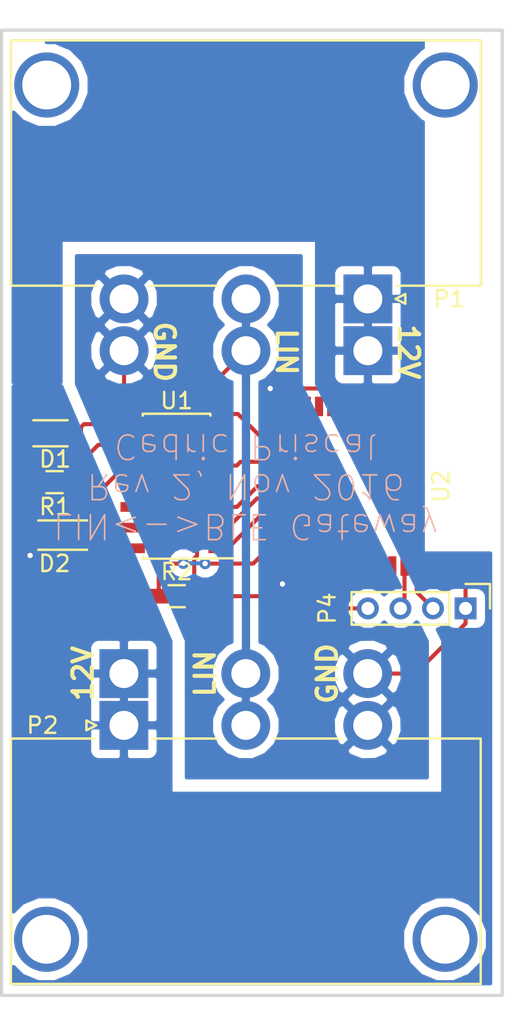
<source format=kicad_pcb>
(kicad_pcb (version 4) (host pcbnew 4.0.4+e1-6308~48~ubuntu16.04.1-stable)

  (general
    (links 33)
    (no_connects 0)
    (area 133.234999 72.525 166.075 135.755)
    (thickness 1.6)
    (drawings 11)
    (tracks 95)
    (zones 0)
    (modules 9)
    (nets 13)
  )

  (page A4)
  (layers
    (0 F.Cu signal)
    (31 B.Cu signal)
    (32 B.Adhes user)
    (33 F.Adhes user)
    (34 B.Paste user)
    (35 F.Paste user)
    (36 B.SilkS user)
    (37 F.SilkS user)
    (38 B.Mask user)
    (39 F.Mask user)
    (40 Dwgs.User user)
    (41 Cmts.User user)
    (42 Eco1.User user)
    (43 Eco2.User user)
    (44 Edge.Cuts user)
    (45 Margin user)
    (46 B.CrtYd user)
    (47 F.CrtYd user)
    (48 B.Fab user)
    (49 F.Fab user)
  )

  (setup
    (last_trace_width 0.25)
    (trace_clearance 0.2)
    (zone_clearance 0.508)
    (zone_45_only no)
    (trace_min 0.1524)
    (segment_width 0.2)
    (edge_width 0.2)
    (via_size 0.6858)
    (via_drill 0.3302)
    (via_min_size 0.6858)
    (via_min_drill 0.3)
    (uvia_size 0.3)
    (uvia_drill 0.1)
    (uvias_allowed no)
    (uvia_min_size 0)
    (uvia_min_drill 0)
    (pcb_text_width 0.3)
    (pcb_text_size 1.5 1.5)
    (mod_edge_width 0.15)
    (mod_text_size 1 1)
    (mod_text_width 0.15)
    (pad_size 1.524 1.524)
    (pad_drill 0.762)
    (pad_to_mask_clearance 0.2)
    (aux_axis_origin 133.5 74.5)
    (visible_elements FFFEEFFF)
    (pcbplotparams
      (layerselection 0x00030_80000001)
      (usegerberextensions false)
      (excludeedgelayer true)
      (linewidth 0.100000)
      (plotframeref false)
      (viasonmask false)
      (mode 1)
      (useauxorigin false)
      (hpglpennumber 1)
      (hpglpenspeed 20)
      (hpglpendiameter 15)
      (hpglpenoverlay 2)
      (psnegative false)
      (psa4output false)
      (plotreference true)
      (plotvalue true)
      (plotinvisibletext false)
      (padsonsilk false)
      (subtractmaskfromsilk false)
      (outputformat 1)
      (mirror false)
      (drillshape 1)
      (scaleselection 1)
      (outputdirectory ""))
  )

  (net 0 "")
  (net 1 GND)
  (net 2 +12V)
  (net 3 "Net-(P4-Pad2)")
  (net 4 "Net-(P4-Pad3)")
  (net 5 "Net-(D1-Pad1)")
  (net 6 +3V3)
  (net 7 /CS/LWAKE)
  (net 8 /FAULT)
  (net 9 /VBAT_RATIO)
  (net 10 /RXD)
  (net 11 /TXD)
  (net 12 /12V_UNPROTECTED)

  (net_class Default "This is the default net class."
    (clearance 0.2)
    (trace_width 0.25)
    (via_dia 0.6858)
    (via_drill 0.3302)
    (uvia_dia 0.3)
    (uvia_drill 0.1)
    (add_net +12V)
    (add_net +3V3)
    (add_net /12V_UNPROTECTED)
    (add_net /CS/LWAKE)
    (add_net /FAULT)
    (add_net /RXD)
    (add_net /TXD)
    (add_net /VBAT_RATIO)
    (add_net GND)
    (add_net "Net-(D1-Pad1)")
    (add_net "Net-(P4-Pad2)")
    (add_net "Net-(P4-Pad3)")
  )

  (module Resistors_SMD:R_0603_HandSoldering (layer F.Cu) (tedit 5418A00F) (tstamp 58071F28)
    (at 144.25 109.25 180)
    (descr "Resistor SMD 0603, hand soldering")
    (tags "resistor 0603")
    (path /58073BC8)
    (attr smd)
    (fp_text reference R2 (at 0 1.5 180) (layer F.SilkS)
      (effects (font (size 1 1) (thickness 0.15)))
    )
    (fp_text value 10k (at 0 1.9 180) (layer F.Fab)
      (effects (font (size 1 1) (thickness 0.15)))
    )
    (fp_line (start -2 -0.8) (end 2 -0.8) (layer F.CrtYd) (width 0.05))
    (fp_line (start -2 0.8) (end 2 0.8) (layer F.CrtYd) (width 0.05))
    (fp_line (start -2 -0.8) (end -2 0.8) (layer F.CrtYd) (width 0.05))
    (fp_line (start 2 -0.8) (end 2 0.8) (layer F.CrtYd) (width 0.05))
    (fp_line (start 0.5 0.675) (end -0.5 0.675) (layer F.SilkS) (width 0.15))
    (fp_line (start -0.5 -0.675) (end 0.5 -0.675) (layer F.SilkS) (width 0.15))
    (pad 1 smd rect (at -1.1 0 180) (size 1.2 0.9) (layers F.Cu F.Paste F.Mask)
      (net 6 +3V3))
    (pad 2 smd rect (at 1.1 0 180) (size 1.2 0.9) (layers F.Cu F.Paste F.Mask)
      (net 8 /FAULT))
    (model Resistors_SMD.3dshapes/R_0603_HandSoldering.wrl
      (at (xyz 0 0 0))
      (scale (xyz 1 1 1))
      (rotate (xyz 0 0 0))
    )
  )

  (module footprints:BL652-SA (layer F.Cu) (tedit 580709F4) (tstamp 580718EF)
    (at 157.5 102.5 270)
    (path /5807152B)
    (fp_text reference U2 (at 0 -3 270) (layer F.SilkS)
      (effects (font (size 1 1) (thickness 0.15)))
    )
    (fp_text value BL652 (at -0.65 -3.3 270) (layer F.Fab)
      (effects (font (size 1 1) (thickness 0.15)))
    )
    (fp_line (start -5 7.3) (end -5 -6.7) (layer F.CrtYd) (width 0.15))
    (fp_line (start 5 7.3) (end -5 7.3) (layer F.CrtYd) (width 0.15))
    (fp_line (start 5 -6.7) (end 5 7.3) (layer F.CrtYd) (width 0.15))
    (fp_line (start 5 -6.7) (end -5 -6.7) (layer F.CrtYd) (width 0.15))
    (pad 1 smd rect (at 4.9 -4.5 270) (size 1.2 0.5) (layers F.Cu F.Paste F.Mask)
      (net 1 GND))
    (pad 2 smd rect (at 4.9 -3.75 270) (size 1.2 0.5) (layers F.Cu F.Paste F.Mask))
    (pad 3 smd rect (at 4.9 -3 270) (size 1.2 0.5) (layers F.Cu F.Paste F.Mask))
    (pad 4 smd rect (at 4.9 -2.25 270) (size 1.2 0.5) (layers F.Cu F.Paste F.Mask))
    (pad 5 smd rect (at 4.9 -1.5 270) (size 1.2 0.5) (layers F.Cu F.Paste F.Mask)
      (net 3 "Net-(P4-Pad2)"))
    (pad 6 smd rect (at 4.9 -0.75 270) (size 1.2 0.5) (layers F.Cu F.Paste F.Mask)
      (net 4 "Net-(P4-Pad3)"))
    (pad 7 smd rect (at 4.9 0 270) (size 1.2 0.5) (layers F.Cu F.Paste F.Mask))
    (pad 8 smd rect (at 4.9 0.75 270) (size 1.2 0.5) (layers F.Cu F.Paste F.Mask))
    (pad 9 smd rect (at 4.9 1.5 270) (size 1.2 0.5) (layers F.Cu F.Paste F.Mask))
    (pad 10 smd rect (at 4.9 2.25 270) (size 1.2 0.5) (layers F.Cu F.Paste F.Mask))
    (pad 11 smd rect (at 4.9 3 270) (size 1.2 0.5) (layers F.Cu F.Paste F.Mask))
    (pad 12 smd rect (at 4.9 3.75 270) (size 1.2 0.5) (layers F.Cu F.Paste F.Mask))
    (pad 13 smd rect (at 4.9 4.5 270) (size 1.2 0.5) (layers F.Cu F.Paste F.Mask))
    (pad 14 smd rect (at 4.9 5.25 270) (size 1.2 0.5) (layers F.Cu F.Paste F.Mask))
    (pad 15 smd rect (at 4.9 6 270) (size 1.2 0.5) (layers F.Cu F.Paste F.Mask))
    (pad 16 smd rect (at 4.9 6.75 270) (size 1.2 0.5) (layers F.Cu F.Paste F.Mask)
      (net 1 GND))
    (pad 17 smd rect (at 3.75 7.2 180) (size 1.2 0.5) (layers F.Cu F.Paste F.Mask)
      (net 8 /FAULT))
    (pad 18 smd rect (at 3 7.2 180) (size 1.2 0.5) (layers F.Cu F.Paste F.Mask))
    (pad 19 smd rect (at 2.25 7.2 180) (size 1.2 0.5) (layers F.Cu F.Paste F.Mask))
    (pad 20 smd rect (at 1.5 7.2 180) (size 1.2 0.5) (layers F.Cu F.Paste F.Mask)
      (net 9 /VBAT_RATIO))
    (pad 21 smd rect (at 0.75 7.2 180) (size 1.2 0.5) (layers F.Cu F.Paste F.Mask)
      (net 10 /RXD))
    (pad 22 smd rect (at 0 7.2 180) (size 1.2 0.5) (layers F.Cu F.Paste F.Mask)
      (net 7 /CS/LWAKE))
    (pad 23 smd rect (at -0.75 7.2 180) (size 1.2 0.5) (layers F.Cu F.Paste F.Mask))
    (pad 24 smd rect (at -1.5 7.2 180) (size 1.2 0.5) (layers F.Cu F.Paste F.Mask)
      (net 11 /TXD))
    (pad 25 smd rect (at -2.25 7.2 180) (size 1.2 0.5) (layers F.Cu F.Paste F.Mask))
    (pad 26 smd rect (at -3 7.2 180) (size 1.2 0.5) (layers F.Cu F.Paste F.Mask)
      (net 6 +3V3))
    (pad 27 smd rect (at -3.75 7.2 180) (size 1.2 0.5) (layers F.Cu F.Paste F.Mask)
      (net 1 GND))
    (pad 28 smd rect (at -4.9 6.75 270) (size 1.2 0.5) (layers F.Cu F.Paste F.Mask))
    (pad 29 smd rect (at -4.9 6 270) (size 1.2 0.5) (layers F.Cu F.Paste F.Mask))
    (pad 30 smd rect (at -4.9 5.25 270) (size 1.2 0.5) (layers F.Cu F.Paste F.Mask))
    (pad 31 smd rect (at -4.9 4.5 270) (size 1.2 0.5) (layers F.Cu F.Paste F.Mask))
    (pad 32 smd rect (at -4.9 3.75 270) (size 1.2 0.5) (layers F.Cu F.Paste F.Mask))
    (pad 33 smd rect (at -4.9 3 270) (size 1.2 0.5) (layers F.Cu F.Paste F.Mask))
    (pad 34 smd rect (at -4.9 2.25 270) (size 1.2 0.5) (layers F.Cu F.Paste F.Mask))
    (pad 35 smd rect (at -4.9 1.5 270) (size 1.2 0.5) (layers F.Cu F.Paste F.Mask))
    (pad 36 smd rect (at -4.9 0.75 270) (size 1.2 0.5) (layers F.Cu F.Paste F.Mask))
    (pad 37 smd rect (at -4.9 0 270) (size 1.2 0.5) (layers F.Cu F.Paste F.Mask))
    (pad 38 smd rect (at -4.9 -0.75 270) (size 1.2 0.5) (layers F.Cu F.Paste F.Mask))
    (pad 39 smd rect (at -4.9 -1.5 270) (size 1.2 0.5) (layers F.Cu F.Paste F.Mask)
      (net 1 GND))
  )

  (module Housings_SOIC:SOIC-14_3.9x8.7mm_Pitch1.27mm (layer F.Cu) (tedit 574D9791) (tstamp 580718C0)
    (at 144.25 102.5 180)
    (descr "14-Lead Plastic Small Outline (SL) - Narrow, 3.90 mm Body [SOIC] (see Microchip Packaging Specification 00000049BS.pdf)")
    (tags "SOIC 1.27")
    (path /5807224D)
    (attr smd)
    (fp_text reference U1 (at 0 5.25 180) (layer F.SilkS)
      (effects (font (size 1 1) (thickness 0.15)))
    )
    (fp_text value MCP2050 (at 0 5.375 180) (layer F.Fab)
      (effects (font (size 1 1) (thickness 0.15)))
    )
    (fp_line (start -0.95 -4.35) (end 1.95 -4.35) (layer F.Fab) (width 0.15))
    (fp_line (start 1.95 -4.35) (end 1.95 4.35) (layer F.Fab) (width 0.15))
    (fp_line (start 1.95 4.35) (end -1.95 4.35) (layer F.Fab) (width 0.15))
    (fp_line (start -1.95 4.35) (end -1.95 -3.35) (layer F.Fab) (width 0.15))
    (fp_line (start -1.95 -3.35) (end -0.95 -4.35) (layer F.Fab) (width 0.15))
    (fp_line (start -3.7 -4.65) (end -3.7 4.65) (layer F.CrtYd) (width 0.05))
    (fp_line (start 3.7 -4.65) (end 3.7 4.65) (layer F.CrtYd) (width 0.05))
    (fp_line (start -3.7 -4.65) (end 3.7 -4.65) (layer F.CrtYd) (width 0.05))
    (fp_line (start -3.7 4.65) (end 3.7 4.65) (layer F.CrtYd) (width 0.05))
    (fp_line (start -2.075 -4.45) (end -2.075 -4.425) (layer F.SilkS) (width 0.15))
    (fp_line (start 2.075 -4.45) (end 2.075 -4.335) (layer F.SilkS) (width 0.15))
    (fp_line (start 2.075 4.45) (end 2.075 4.335) (layer F.SilkS) (width 0.15))
    (fp_line (start -2.075 4.45) (end -2.075 4.335) (layer F.SilkS) (width 0.15))
    (fp_line (start -2.075 -4.45) (end 2.075 -4.45) (layer F.SilkS) (width 0.15))
    (fp_line (start -2.075 4.45) (end 2.075 4.45) (layer F.SilkS) (width 0.15))
    (fp_line (start -2.075 -4.425) (end -3.45 -4.425) (layer F.SilkS) (width 0.15))
    (pad 1 smd rect (at -2.7 -3.81 180) (size 1.5 0.6) (layers F.Cu F.Paste F.Mask)
      (net 9 /VBAT_RATIO))
    (pad 2 smd rect (at -2.7 -2.54 180) (size 1.5 0.6) (layers F.Cu F.Paste F.Mask)
      (net 10 /RXD))
    (pad 3 smd rect (at -2.7 -1.27 180) (size 1.5 0.6) (layers F.Cu F.Paste F.Mask)
      (net 7 /CS/LWAKE))
    (pad 4 smd rect (at -2.7 0 180) (size 1.5 0.6) (layers F.Cu F.Paste F.Mask)
      (net 6 +3V3))
    (pad 5 smd rect (at -2.7 1.27 180) (size 1.5 0.6) (layers F.Cu F.Paste F.Mask)
      (net 11 /TXD))
    (pad 6 smd rect (at -2.7 2.54 180) (size 1.5 0.6) (layers F.Cu F.Paste F.Mask))
    (pad 7 smd rect (at -2.7 3.81 180) (size 1.5 0.6) (layers F.Cu F.Paste F.Mask))
    (pad 8 smd rect (at 2.7 3.81 180) (size 1.5 0.6) (layers F.Cu F.Paste F.Mask)
      (net 1 GND))
    (pad 9 smd rect (at 2.7 2.54 180) (size 1.5 0.6) (layers F.Cu F.Paste F.Mask)
      (net 5 "Net-(D1-Pad1)"))
    (pad 10 smd rect (at 2.7 1.27 180) (size 1.5 0.6) (layers F.Cu F.Paste F.Mask)
      (net 2 +12V))
    (pad 11 smd rect (at 2.7 0 180) (size 1.5 0.6) (layers F.Cu F.Paste F.Mask)
      (net 8 /FAULT))
    (pad 12 smd rect (at 2.7 -1.27 180) (size 1.5 0.6) (layers F.Cu F.Paste F.Mask))
    (pad 13 smd rect (at 2.7 -2.54 180) (size 1.5 0.6) (layers F.Cu F.Paste F.Mask))
    (pad 14 smd rect (at 2.7 -3.81 180) (size 1.5 0.6) (layers F.Cu F.Paste F.Mask))
    (model Housings_SOIC.3dshapes/SOIC-14_3.9x8.7mm_Pitch1.27mm.wrl
      (at (xyz 0 0 0))
      (scale (xyz 1 1 1))
      (rotate (xyz 0 0 0))
    )
  )

  (module Diodes_SMD:SOD-323_HandSoldering (layer F.Cu) (tedit 57A875DC) (tstamp 580859B7)
    (at 136.75 99.25)
    (descr SOD-323)
    (tags SOD-323)
    (path /58088341)
    (attr smd)
    (fp_text reference D1 (at 0.029 1.588) (layer F.SilkS)
      (effects (font (size 1 1) (thickness 0.15)))
    )
    (fp_text value RSB36V (at 0.1 1.9) (layer F.Fab)
      (effects (font (size 1 1) (thickness 0.15)))
    )
    (fp_line (start 0.2 0) (end 0.45 0) (layer F.Fab) (width 0.15))
    (fp_line (start 0.2 0.35) (end -0.3 0) (layer F.Fab) (width 0.15))
    (fp_line (start 0.2 -0.35) (end 0.2 0.35) (layer F.Fab) (width 0.15))
    (fp_line (start -0.3 0) (end 0.2 -0.35) (layer F.Fab) (width 0.15))
    (fp_line (start -0.3 0) (end -0.5 0) (layer F.Fab) (width 0.15))
    (fp_line (start -0.3 -0.35) (end -0.3 0.35) (layer F.Fab) (width 0.15))
    (fp_line (start -0.85 0.65) (end -0.85 -0.65) (layer F.Fab) (width 0.15))
    (fp_line (start 0.85 0.65) (end -0.85 0.65) (layer F.Fab) (width 0.15))
    (fp_line (start 0.85 -0.65) (end 0.85 0.65) (layer F.Fab) (width 0.15))
    (fp_line (start -0.85 -0.65) (end 0.85 -0.65) (layer F.Fab) (width 0.15))
    (fp_line (start -1.9 -0.95) (end 1.9 -0.95) (layer F.CrtYd) (width 0.05))
    (fp_line (start 1.9 -0.95) (end 1.9 0.95) (layer F.CrtYd) (width 0.05))
    (fp_line (start -1.9 0.95) (end 1.9 0.95) (layer F.CrtYd) (width 0.05))
    (fp_line (start -1.9 -0.95) (end -1.9 0.95) (layer F.CrtYd) (width 0.05))
    (fp_line (start -1.3 0.8) (end 0.8 0.8) (layer F.SilkS) (width 0.15))
    (fp_line (start -1.3 -0.8) (end 0.8 -0.8) (layer F.SilkS) (width 0.15))
    (pad 1 smd rect (at -1.25 0) (size 1 1) (layers F.Cu F.Paste F.Mask)
      (net 5 "Net-(D1-Pad1)"))
    (pad 2 smd rect (at 1.25 0) (size 1 1) (layers F.Cu F.Paste F.Mask)
      (net 1 GND))
    (model Diodes_SMD.3dshapes/SOD-323.wrl
      (at (xyz 0 0 0))
      (scale (xyz 1 1 1))
      (rotate (xyz 0 0 180))
    )
  )

  (module Diodes_SMD:SOD-123 (layer F.Cu) (tedit 5753A53E) (tstamp 580859BD)
    (at 136.75 105.5 180)
    (descr SOD-123)
    (tags SOD-123)
    (path /58088008)
    (attr smd)
    (fp_text reference D2 (at 0 -1.75 180) (layer F.SilkS)
      (effects (font (size 1 1) (thickness 0.15)))
    )
    (fp_text value D (at 0 2.1 180) (layer F.Fab)
      (effects (font (size 1 1) (thickness 0.15)))
    )
    (fp_line (start 0.25 0) (end 0.75 0) (layer F.Fab) (width 0.15))
    (fp_line (start 0.25 0.4) (end -0.35 0) (layer F.Fab) (width 0.15))
    (fp_line (start 0.25 -0.4) (end 0.25 0.4) (layer F.Fab) (width 0.15))
    (fp_line (start -0.35 0) (end 0.25 -0.4) (layer F.Fab) (width 0.15))
    (fp_line (start -0.35 0) (end -0.35 0.55) (layer F.Fab) (width 0.15))
    (fp_line (start -0.35 0) (end -0.35 -0.55) (layer F.Fab) (width 0.15))
    (fp_line (start -0.75 0) (end -0.35 0) (layer F.Fab) (width 0.15))
    (fp_line (start -1.35 0.8) (end -1.35 -0.8) (layer F.Fab) (width 0.15))
    (fp_line (start 1.35 0.8) (end -1.35 0.8) (layer F.Fab) (width 0.15))
    (fp_line (start 1.35 -0.8) (end 1.35 0.8) (layer F.Fab) (width 0.15))
    (fp_line (start -1.35 -0.8) (end 1.35 -0.8) (layer F.Fab) (width 0.15))
    (fp_line (start -2.25 -1.05) (end 2.25 -1.05) (layer F.CrtYd) (width 0.05))
    (fp_line (start 2.25 -1.05) (end 2.25 1.05) (layer F.CrtYd) (width 0.05))
    (fp_line (start 2.25 1.05) (end -2.25 1.05) (layer F.CrtYd) (width 0.05))
    (fp_line (start -2.25 -1.05) (end -2.25 1.05) (layer F.CrtYd) (width 0.05))
    (fp_line (start -2 0.9) (end 1 0.9) (layer F.SilkS) (width 0.15))
    (fp_line (start -2 -0.9) (end 1 -0.9) (layer F.SilkS) (width 0.15))
    (pad 1 smd rect (at -1.635 0 180) (size 0.91 1.22) (layers F.Cu F.Paste F.Mask)
      (net 2 +12V))
    (pad 2 smd rect (at 1.635 0 180) (size 0.91 1.22) (layers F.Cu F.Paste F.Mask)
      (net 12 /12V_UNPROTECTED))
    (model ${KISYS3DMOD}/Diodes_SMD.3dshapes/SOD-123.wrl
      (at (xyz 0 0 0))
      (scale (xyz 1 1 1))
      (rotate (xyz 0 0 0))
    )
  )

  (module Pin_Headers:Pin_Header_Straight_1x04_Pitch2.00mm (layer F.Cu) (tedit 56FA75DA) (tstamp 58085EF5)
    (at 162 110 270)
    (descr "Through hole pin header, 1x04, 2.00mm pitch, single row")
    (tags "pin header single row")
    (path /580874C5)
    (fp_text reference P4 (at 0 8.5 270) (layer F.SilkS)
      (effects (font (size 1 1) (thickness 0.15)))
    )
    (fp_text value CONN_01X03 (at 0 -3 270) (layer F.Fab)
      (effects (font (size 1 1) (thickness 0.15)))
    )
    (fp_line (start -1 1) (end 1 1) (layer F.SilkS) (width 0.15))
    (fp_line (start 1 1) (end 1 7) (layer F.SilkS) (width 0.15))
    (fp_line (start 1 7) (end -1 7) (layer F.SilkS) (width 0.15))
    (fp_line (start -1 7) (end -1 1) (layer F.SilkS) (width 0.15))
    (fp_line (start -1.6 -1.6) (end 1.6 -1.6) (layer F.CrtYd) (width 0.05))
    (fp_line (start 1.6 -1.6) (end 1.6 7.6) (layer F.CrtYd) (width 0.05))
    (fp_line (start 1.6 7.6) (end -1.6 7.6) (layer F.CrtYd) (width 0.05))
    (fp_line (start -1.6 7.6) (end -1.6 -1.6) (layer F.CrtYd) (width 0.05))
    (fp_line (start -1.5 0) (end -1.5 -1.5) (layer F.SilkS) (width 0.15))
    (fp_line (start -1.5 -1.5) (end 0 -1.5) (layer F.SilkS) (width 0.15))
    (pad 1 thru_hole rect (at 0 0 270) (size 1.35 1.35) (drill 0.8) (layers *.Cu *.Mask)
      (net 1 GND))
    (pad 2 thru_hole circle (at 0 2 270) (size 1.35 1.35) (drill 0.8) (layers *.Cu *.Mask)
      (net 3 "Net-(P4-Pad2)"))
    (pad 3 thru_hole circle (at 0 4 270) (size 1.35 1.35) (drill 0.8) (layers *.Cu *.Mask)
      (net 4 "Net-(P4-Pad3)"))
    (pad 4 thru_hole circle (at 0 6 270) (size 1.35 1.35) (drill 0.8) (layers *.Cu *.Mask)
      (net 6 +3V3))
    (model /home/cpriscal/Projets/lin_modules/lin_bluetooth_gateway/Pin_Header_Straight_1x04_Pitch2.00mm.wrl
      (at (xyz 0 0 0))
      (scale (xyz 1 1 1))
      (rotate (xyz 0 0 0))
    )
  )

  (module Resistors_SMD:R_0603_HandSoldering (layer F.Cu) (tedit 58307AEF) (tstamp 583D1F64)
    (at 136.75 102.25)
    (descr "Resistor SMD 0603, hand soldering")
    (tags "resistor 0603")
    (path /583D2468)
    (attr smd)
    (fp_text reference R1 (at 0.029 1.509) (layer F.SilkS)
      (effects (font (size 1 1) (thickness 0.15)))
    )
    (fp_text value 10k (at 0 1.9) (layer F.Fab)
      (effects (font (size 1 1) (thickness 0.15)))
    )
    (fp_line (start -0.8 0.4) (end -0.8 -0.4) (layer F.Fab) (width 0.1))
    (fp_line (start 0.8 0.4) (end -0.8 0.4) (layer F.Fab) (width 0.1))
    (fp_line (start 0.8 -0.4) (end 0.8 0.4) (layer F.Fab) (width 0.1))
    (fp_line (start -0.8 -0.4) (end 0.8 -0.4) (layer F.Fab) (width 0.1))
    (fp_line (start -2 -0.8) (end 2 -0.8) (layer F.CrtYd) (width 0.05))
    (fp_line (start -2 0.8) (end 2 0.8) (layer F.CrtYd) (width 0.05))
    (fp_line (start -2 -0.8) (end -2 0.8) (layer F.CrtYd) (width 0.05))
    (fp_line (start 2 -0.8) (end 2 0.8) (layer F.CrtYd) (width 0.05))
    (fp_line (start 0.5 0.675) (end -0.5 0.675) (layer F.SilkS) (width 0.15))
    (fp_line (start -0.5 -0.675) (end 0.5 -0.675) (layer F.SilkS) (width 0.15))
    (pad 1 smd rect (at -1.1 0) (size 1.2 0.9) (layers F.Cu F.Paste F.Mask)
      (net 2 +12V))
    (pad 2 smd rect (at 1.1 0) (size 1.2 0.9) (layers F.Cu F.Paste F.Mask)
      (net 5 "Net-(D1-Pad1)"))
    (model Resistors_SMD.3dshapes/R_0603_HandSoldering.wrl
      (at (xyz 0 0 0))
      (scale (xyz 1 1 1))
      (rotate (xyz 0 0 0))
    )
  )

  (module Connectors_Molex:Molex_Sabre_43160-XX03_03x7.49mm_Angled_BoardLock (layer F.Cu) (tedit 5794C14F) (tstamp 583D3374)
    (at 156 91 180)
    (descr "Sabre™ Right Angle Header, 43160-XX03, http://www.molex.com/pdm_docs/sd/431601102_sd.pdf")
    (tags "connector molex sabre 43160")
    (path /583D301B)
    (fp_text reference P1 (at -5 0 180) (layer F.SilkS)
      (effects (font (size 1 1) (thickness 0.15)))
    )
    (fp_text value MOLEX-0431603103 (at 7.49 17.5 180) (layer F.Fab)
      (effects (font (size 1 1) (thickness 0.15)))
    )
    (fp_line (start -1.7 0) (end -2.3 0.3) (layer F.SilkS) (width 0.15))
    (fp_line (start -2.3 0.3) (end -2.3 -0.3) (layer F.SilkS) (width 0.15))
    (fp_line (start -2.3 -0.3) (end -1.7 0) (layer F.SilkS) (width 0.15))
    (fp_line (start -6.94 0.81) (end -6.94 15.87) (layer F.SilkS) (width 0.15))
    (fp_line (start -6.94 15.87) (end 21.92 15.87) (layer F.SilkS) (width 0.15))
    (fp_line (start 21.92 15.87) (end 21.92 0.81) (layer F.SilkS) (width 0.15))
    (fp_line (start -6.94 0.81) (end -1.75 0.81) (layer F.SilkS) (width 0.15))
    (fp_line (start 1.75 0.81) (end 5.74 0.81) (layer F.SilkS) (width 0.15))
    (fp_line (start 9.24 0.81) (end 13.23 0.81) (layer F.SilkS) (width 0.15))
    (fp_line (start 16.73 0.81) (end 21.92 0.81) (layer F.SilkS) (width 0.15))
    (fp_line (start -7.55 -5.2) (end -7.55 16.45) (layer F.CrtYd) (width 0.05))
    (fp_line (start -7.55 16.45) (end 22.5 16.45) (layer F.CrtYd) (width 0.05))
    (fp_line (start 22.5 16.45) (end 22.5 -5.2) (layer F.CrtYd) (width 0.05))
    (fp_line (start 22.5 -5.2) (end -7.55 -5.2) (layer F.CrtYd) (width 0.05))
    (pad 1 thru_hole rect (at 0 0 180) (size 3 3) (drill 1.78) (layers *.Cu *.Mask)
      (net 12 /12V_UNPROTECTED))
    (pad 1 thru_hole rect (at 0 -3.18 180) (size 3 3) (drill 1.78) (layers *.Cu *.Mask)
      (net 12 /12V_UNPROTECTED))
    (pad 2 thru_hole circle (at 7.49 0 180) (size 3 3) (drill 1.78) (layers *.Cu *.Mask)
      (net 5 "Net-(D1-Pad1)"))
    (pad 2 thru_hole circle (at 7.49 -3.18 180) (size 3 3) (drill 1.78) (layers *.Cu *.Mask)
      (net 5 "Net-(D1-Pad1)"))
    (pad 3 thru_hole circle (at 14.98 0 180) (size 3 3) (drill 1.78) (layers *.Cu *.Mask)
      (net 1 GND))
    (pad 3 thru_hole circle (at 14.98 -3.18 180) (size 3 3) (drill 1.78) (layers *.Cu *.Mask)
      (net 1 GND))
    (pad "" thru_hole circle (at -4.75 13.13 180) (size 4 4) (drill 3) (layers *.Cu *.Mask))
    (pad "" thru_hole circle (at 19.73 13.13 180) (size 4 4) (drill 3) (layers *.Cu *.Mask))
    (model /home/cpriscal/Projets/lin_modules/lin_bluetooth_gateway/Molex_Sabre_43160-XX03_03x7.49mm_Angled_BoardLock.wrl
      (at (xyz 0 0 0))
      (scale (xyz 1 1 1))
      (rotate (xyz 0 0 0))
    )
  )

  (module Connectors_Molex:Molex_Sabre_43160-XX03_03x7.49mm_Angled_BoardLock (layer F.Cu) (tedit 5794C14F) (tstamp 583FBBC9)
    (at 141.01 117.18)
    (descr "Sabre™ Right Angle Header, 43160-XX03, http://www.molex.com/pdm_docs/sd/431601102_sd.pdf")
    (tags "connector molex sabre 43160")
    (path /583FBC94)
    (fp_text reference P2 (at -5 0) (layer F.SilkS)
      (effects (font (size 1 1) (thickness 0.15)))
    )
    (fp_text value MOLEX-0431603103 (at 7.49 17.5) (layer F.Fab)
      (effects (font (size 1 1) (thickness 0.15)))
    )
    (fp_line (start -1.7 0) (end -2.3 0.3) (layer F.SilkS) (width 0.15))
    (fp_line (start -2.3 0.3) (end -2.3 -0.3) (layer F.SilkS) (width 0.15))
    (fp_line (start -2.3 -0.3) (end -1.7 0) (layer F.SilkS) (width 0.15))
    (fp_line (start -6.94 0.81) (end -6.94 15.87) (layer F.SilkS) (width 0.15))
    (fp_line (start -6.94 15.87) (end 21.92 15.87) (layer F.SilkS) (width 0.15))
    (fp_line (start 21.92 15.87) (end 21.92 0.81) (layer F.SilkS) (width 0.15))
    (fp_line (start -6.94 0.81) (end -1.75 0.81) (layer F.SilkS) (width 0.15))
    (fp_line (start 1.75 0.81) (end 5.74 0.81) (layer F.SilkS) (width 0.15))
    (fp_line (start 9.24 0.81) (end 13.23 0.81) (layer F.SilkS) (width 0.15))
    (fp_line (start 16.73 0.81) (end 21.92 0.81) (layer F.SilkS) (width 0.15))
    (fp_line (start -7.55 -5.2) (end -7.55 16.45) (layer F.CrtYd) (width 0.05))
    (fp_line (start -7.55 16.45) (end 22.5 16.45) (layer F.CrtYd) (width 0.05))
    (fp_line (start 22.5 16.45) (end 22.5 -5.2) (layer F.CrtYd) (width 0.05))
    (fp_line (start 22.5 -5.2) (end -7.55 -5.2) (layer F.CrtYd) (width 0.05))
    (pad 1 thru_hole rect (at 0 0) (size 3 3) (drill 1.78) (layers *.Cu *.Mask)
      (net 12 /12V_UNPROTECTED))
    (pad 1 thru_hole rect (at 0 -3.18) (size 3 3) (drill 1.78) (layers *.Cu *.Mask)
      (net 12 /12V_UNPROTECTED))
    (pad 2 thru_hole circle (at 7.49 0) (size 3 3) (drill 1.78) (layers *.Cu *.Mask)
      (net 5 "Net-(D1-Pad1)"))
    (pad 2 thru_hole circle (at 7.49 -3.18) (size 3 3) (drill 1.78) (layers *.Cu *.Mask)
      (net 5 "Net-(D1-Pad1)"))
    (pad 3 thru_hole circle (at 14.98 0) (size 3 3) (drill 1.78) (layers *.Cu *.Mask)
      (net 1 GND))
    (pad 3 thru_hole circle (at 14.98 -3.18) (size 3 3) (drill 1.78) (layers *.Cu *.Mask)
      (net 1 GND))
    (pad "" thru_hole circle (at -4.75 13.13) (size 4 4) (drill 3) (layers *.Cu *.Mask))
    (pad "" thru_hole circle (at 19.73 13.13) (size 4 4) (drill 3) (layers *.Cu *.Mask))
    (model /home/cpriscal/Projets/lin_modules/lin_bluetooth_gateway/Molex_Sabre_43160-XX03_03x7.49mm_Angled_BoardLock.wrl
      (at (xyz 0 0 0))
      (scale (xyz 1 1 1))
      (rotate (xyz 0 0 0))
    )
  )

  (gr_text 12V (at 158.5 94.25 270) (layer F.SilkS) (tstamp 583FCF22)
    (effects (font (size 1.2 1.2) (thickness 0.25)))
  )
  (gr_text LIN (at 151 94.25 270) (layer F.SilkS) (tstamp 583FCF0D)
    (effects (font (size 1.2 1.2) (thickness 0.25)))
  )
  (gr_text GND (at 143.5 94.25 270) (layer F.SilkS) (tstamp 583FCEF7)
    (effects (font (size 1.2 1.2) (thickness 0.25)))
  )
  (gr_line (start 133.5 133.75) (end 133.5 74.5) (layer Edge.Cuts) (width 0.2))
  (gr_line (start 164.25 133.75) (end 133.5 133.75) (layer Edge.Cuts) (width 0.2))
  (gr_line (start 164.25 74.5) (end 164.25 133.75) (layer Edge.Cuts) (width 0.2))
  (gr_line (start 133.5 74.5) (end 164.25 74.5) (layer Edge.Cuts) (width 0.2))
  (gr_text "LIN<->BLE Gateway\nRev 2, Nov 2016\nCedric Priscal" (at 148.5 102.5 180) (layer B.SilkS)
    (effects (font (thickness 0.1016)) (justify mirror))
  )
  (gr_text 12V (at 138.5 114 90) (layer F.SilkS) (tstamp 580866BB)
    (effects (font (size 1.2 1.2) (thickness 0.25)))
  )
  (gr_text GND (at 153.5 114 90) (layer F.SilkS) (tstamp 580866A5)
    (effects (font (size 1.2 1.2) (thickness 0.25)))
  )
  (gr_text LIN (at 146 114 90) (layer F.SilkS) (tstamp 58086673)
    (effects (font (size 1.2 1.2) (thickness 0.25)))
  )

  (segment (start 164.25 111) (end 164.25 96.25) (width 0.25) (layer Dwgs.User) (net 0))
  (segment (start 164.25 96.5) (end 164.25 111) (width 0.25) (layer Dwgs.User) (net 0))
  (segment (start 141.02 94.18) (end 141.02 98.16) (width 0.25) (layer F.Cu) (net 1))
  (segment (start 141.02 98.16) (end 141.55 98.69) (width 0.25) (layer F.Cu) (net 1))
  (segment (start 150.3 98.75) (end 149.95 98.75) (width 0.25) (layer F.Cu) (net 1))
  (segment (start 149.95 98.75) (end 149.45 98.25) (width 0.25) (layer F.Cu) (net 1))
  (segment (start 149.657101 96.842899) (end 150 96.5) (width 0.25) (layer F.Cu) (net 1))
  (segment (start 149.45 98.25) (end 149.45 97.05) (width 0.25) (layer F.Cu) (net 1))
  (segment (start 149.45 97.05) (end 149.657101 96.842899) (width 0.25) (layer F.Cu) (net 1))
  (segment (start 159 97.6) (end 159 96.75) (width 0.25) (layer F.Cu) (net 1))
  (segment (start 159 96.75) (end 158.75 96.5) (width 0.25) (layer F.Cu) (net 1))
  (segment (start 158.75 96.5) (end 150 96.5) (width 0.25) (layer F.Cu) (net 1))
  (via (at 150 96.5) (size 0.6858) (drill 0.3302) (layers F.Cu B.Cu) (net 1))
  (segment (start 150.75 107.4) (end 150.75 108.5) (width 0.25) (layer F.Cu) (net 1))
  (via (at 150.75 108.5) (size 0.6858) (drill 0.3302) (layers F.Cu B.Cu) (net 1))
  (segment (start 162 110) (end 162 110.925) (width 0.25) (layer F.Cu) (net 1))
  (segment (start 162 110.925) (end 158.925 114) (width 0.25) (layer F.Cu) (net 1))
  (segment (start 158.925 114) (end 158.11132 114) (width 0.25) (layer F.Cu) (net 1))
  (segment (start 158.11132 114) (end 155.99 114) (width 0.25) (layer F.Cu) (net 1))
  (segment (start 155.99 113.74) (end 155.99 114) (width 0.25) (layer B.Cu) (net 1))
  (segment (start 162 110) (end 162 107.4) (width 0.25) (layer F.Cu) (net 1))
  (segment (start 141.55 98.69) (end 138.56 98.69) (width 0.25) (layer F.Cu) (net 1))
  (segment (start 138.56 98.69) (end 138 99.25) (width 0.25) (layer F.Cu) (net 1))
  (segment (start 141.55 101.23) (end 141.1 101.23) (width 0.25) (layer F.Cu) (net 2))
  (segment (start 141.1 101.23) (end 138.385 103.945) (width 0.25) (layer F.Cu) (net 2))
  (segment (start 138.385 103.945) (end 138.385 104.64) (width 0.25) (layer F.Cu) (net 2))
  (segment (start 138.385 104.64) (end 138.385 105.5) (width 0.25) (layer F.Cu) (net 2))
  (segment (start 135.65 102.25) (end 135.8 102.25) (width 0.25) (layer F.Cu) (net 2))
  (segment (start 135.8 102.25) (end 138.385 104.835) (width 0.25) (layer F.Cu) (net 2))
  (segment (start 138.385 104.835) (end 138.385 105.5) (width 0.25) (layer F.Cu) (net 2))
  (segment (start 160 110) (end 159 109) (width 0.25) (layer F.Cu) (net 3))
  (segment (start 159 109) (end 159 107.4) (width 0.25) (layer F.Cu) (net 3))
  (segment (start 158 110) (end 158.25 109.75) (width 0.25) (layer F.Cu) (net 4))
  (segment (start 158.25 109.75) (end 158.25 108.25) (width 0.25) (layer F.Cu) (net 4))
  (segment (start 158.25 108.25) (end 158.25 107.4) (width 0.25) (layer F.Cu) (net 4))
  (segment (start 141.55 99.96) (end 142.73 99.96) (width 0.25) (layer F.Cu) (net 5))
  (segment (start 142.73 99.96) (end 148.51 94.18) (width 0.25) (layer F.Cu) (net 5))
  (segment (start 148.51 94.18) (end 148.51 100) (width 0.508) (layer B.Cu) (net 5))
  (segment (start 148.51 100) (end 148.51 113.99) (width 0.508) (layer B.Cu) (net 5))
  (segment (start 141.55 99.96) (end 139.44 99.96) (width 0.25) (layer F.Cu) (net 5))
  (segment (start 139.44 99.96) (end 137.85 101.55) (width 0.25) (layer F.Cu) (net 5))
  (segment (start 137.85 101.55) (end 137.85 102.25) (width 0.25) (layer F.Cu) (net 5))
  (segment (start 135.5 99.25) (end 136.25 99.25) (width 0.25) (layer F.Cu) (net 5))
  (segment (start 137.85 100.85) (end 137.85 101.55) (width 0.25) (layer F.Cu) (net 5))
  (segment (start 136.25 99.25) (end 137.85 100.85) (width 0.25) (layer F.Cu) (net 5))
  (segment (start 148.5 114) (end 148.5 117.18) (width 0.508) (layer B.Cu) (net 5))
  (segment (start 148.51 113.99) (end 148.5 114) (width 0.25) (layer B.Cu) (net 5))
  (segment (start 148.51 91) (end 148.51 94.18) (width 0.508) (layer B.Cu) (net 5))
  (segment (start 145.35 108.55) (end 145.332098 108.532098) (width 0.25) (layer F.Cu) (net 6))
  (segment (start 145.5 106.761502) (end 145.5 102.5) (width 0.25) (layer F.Cu) (net 6))
  (segment (start 145.332098 108.532098) (end 145.332098 106.929404) (width 0.25) (layer F.Cu) (net 6))
  (segment (start 145.332098 106.929404) (end 145.5 106.761502) (width 0.25) (layer F.Cu) (net 6))
  (segment (start 145.35 109.25) (end 145.35 108.55) (width 0.25) (layer F.Cu) (net 6))
  (segment (start 156 110) (end 150.25 110) (width 0.25) (layer F.Cu) (net 6))
  (segment (start 150.25 110) (end 149.5 109.25) (width 0.25) (layer F.Cu) (net 6))
  (segment (start 149.5 109.25) (end 145.35 109.25) (width 0.25) (layer F.Cu) (net 6))
  (segment (start 145.5 102.5) (end 145.5 98.504998) (width 0.25) (layer F.Cu) (net 6))
  (segment (start 145.5 98.504998) (end 145.939999 98.064999) (width 0.25) (layer F.Cu) (net 6))
  (segment (start 145.939999 98.064999) (end 148.014999 98.064999) (width 0.25) (layer F.Cu) (net 6))
  (segment (start 148.014999 98.064999) (end 149.45 99.5) (width 0.25) (layer F.Cu) (net 6))
  (segment (start 149.45 99.5) (end 150.3 99.5) (width 0.25) (layer F.Cu) (net 6))
  (segment (start 145.5 102.5) (end 146.95 102.5) (width 0.25) (layer F.Cu) (net 6))
  (segment (start 146.95 103.77) (end 147.95 103.77) (width 0.25) (layer F.Cu) (net 7))
  (segment (start 147.95 103.77) (end 149.22 102.5) (width 0.25) (layer F.Cu) (net 7))
  (segment (start 149.22 102.5) (end 149.45 102.5) (width 0.25) (layer F.Cu) (net 7))
  (segment (start 149.45 102.5) (end 150.3 102.5) (width 0.25) (layer F.Cu) (net 7))
  (segment (start 143.15 107.75) (end 143.15 107.25) (width 0.25) (layer F.Cu) (net 8))
  (segment (start 143.15 107.25) (end 143.15 102.5) (width 0.25) (layer F.Cu) (net 8))
  (segment (start 143.25 107.25) (end 143.15 107.25) (width 0.25) (layer F.Cu) (net 8))
  (segment (start 143.25 107.25) (end 144.646876 107.25) (width 0.25) (layer F.Cu) (net 8))
  (segment (start 144.646876 107.25) (end 144.664189 107.232687) (width 0.25) (layer F.Cu) (net 8))
  (segment (start 150.3 106.25) (end 149.95 106.25) (width 0.25) (layer F.Cu) (net 8))
  (segment (start 148.95 107.25) (end 146.000012 107.25) (width 0.25) (layer F.Cu) (net 8))
  (segment (start 149.95 106.25) (end 148.95 107.25) (width 0.25) (layer F.Cu) (net 8))
  (segment (start 146.000012 107.25) (end 146 107.249988) (width 0.25) (layer F.Cu) (net 8))
  (segment (start 145.982699 107.232687) (end 146 107.249988) (width 0.25) (layer B.Cu) (net 8))
  (segment (start 144.664189 107.232687) (end 145.982699 107.232687) (width 0.25) (layer B.Cu) (net 8))
  (via (at 146 107.249988) (size 0.6858) (drill 0.3302) (layers F.Cu B.Cu) (net 8))
  (via (at 144.664189 107.232687) (size 0.6858) (drill 0.3302) (layers F.Cu B.Cu) (net 8))
  (segment (start 143.15 102.5) (end 141.55 102.5) (width 0.25) (layer F.Cu) (net 8))
  (segment (start 143.15 109.25) (end 143.15 107.75) (width 0.25) (layer F.Cu) (net 8))
  (segment (start 146.95 106.31) (end 147.4 106.31) (width 0.25) (layer F.Cu) (net 9))
  (segment (start 147.4 106.31) (end 149.71 104) (width 0.25) (layer F.Cu) (net 9))
  (segment (start 149.71 104) (end 150.3 104) (width 0.25) (layer F.Cu) (net 9))
  (segment (start 146.95 105.04) (end 147.4 105.04) (width 0.25) (layer F.Cu) (net 10))
  (segment (start 147.4 105.04) (end 149.19 103.25) (width 0.25) (layer F.Cu) (net 10))
  (segment (start 149.19 103.25) (end 149.45 103.25) (width 0.25) (layer F.Cu) (net 10))
  (segment (start 149.45 103.25) (end 150.3 103.25) (width 0.25) (layer F.Cu) (net 10))
  (segment (start 146.95 101.23) (end 147.95 101.23) (width 0.25) (layer F.Cu) (net 11))
  (segment (start 147.95 101.23) (end 148.18 101) (width 0.25) (layer F.Cu) (net 11))
  (segment (start 148.18 101) (end 149.45 101) (width 0.25) (layer F.Cu) (net 11))
  (segment (start 149.45 101) (end 150.3 101) (width 0.25) (layer F.Cu) (net 11))
  (segment (start 135.115 105.5) (end 135.115 106.615) (width 0.25) (layer F.Cu) (net 12))
  (segment (start 135.115 106.615) (end 135.25 106.75) (width 0.25) (layer F.Cu) (net 12))
  (via (at 135.25 106.75) (size 0.6858) (drill 0.3302) (layers F.Cu B.Cu) (net 12))

  (zone (net 1) (net_name GND) (layer B.Cu) (tstamp 0) (hatch edge 0.508)
    (connect_pads (clearance 0.508))
    (min_thickness 0.254)
    (fill yes (arc_segments 16) (thermal_gap 0.508) (thermal_bridge_width 0.508))
    (polygon
      (pts
        (xy 138 88.25) (xy 152 88.25) (xy 152 96.25) (xy 159.75 112) (xy 159.75 120.5)
        (xy 144.75 120.5) (xy 144.75 112) (xy 138 96.25)
      )
    )
    (filled_polygon
      (pts
        (xy 151.873 96.25) (xy 151.886048 96.306071) (xy 157.979719 108.689982) (xy 157.740568 108.689774) (xy 157.258914 108.888789)
        (xy 156.999871 109.14738) (xy 156.743024 108.890084) (xy 156.261718 108.690228) (xy 155.740568 108.689774) (xy 155.258914 108.888789)
        (xy 154.890084 109.256976) (xy 154.690228 109.738282) (xy 154.689774 110.259432) (xy 154.888789 110.741086) (xy 155.256976 111.109916)
        (xy 155.738282 111.309772) (xy 156.259432 111.310226) (xy 156.741086 111.111211) (xy 157.000129 110.85262) (xy 157.256976 111.109916)
        (xy 157.738282 111.309772) (xy 158.259432 111.310226) (xy 158.741086 111.111211) (xy 159.000129 110.85262) (xy 159.086398 110.939039)
        (xy 159.623 112.029554) (xy 159.623 120.373) (xy 144.877 120.373) (xy 144.877 114.422815) (xy 146.36463 114.422815)
        (xy 146.68898 115.2078) (xy 147.070654 115.59014) (xy 146.691091 115.969041) (xy 146.365372 116.753459) (xy 146.36463 117.602815)
        (xy 146.68898 118.3878) (xy 147.289041 118.988909) (xy 148.073459 119.314628) (xy 148.922815 119.31537) (xy 149.7078 118.99102)
        (xy 150.005368 118.69397) (xy 154.655635 118.69397) (xy 154.815418 119.012739) (xy 155.606187 119.322723) (xy 156.455387 119.306497)
        (xy 157.164582 119.012739) (xy 157.324365 118.69397) (xy 155.99 117.359605) (xy 154.655635 118.69397) (xy 150.005368 118.69397)
        (xy 150.308909 118.390959) (xy 150.634628 117.606541) (xy 150.635335 116.796187) (xy 153.847277 116.796187) (xy 153.863503 117.645387)
        (xy 154.157261 118.354582) (xy 154.47603 118.514365) (xy 155.810395 117.18) (xy 156.169605 117.18) (xy 157.50397 118.514365)
        (xy 157.822739 118.354582) (xy 158.132723 117.563813) (xy 158.116497 116.714613) (xy 157.822739 116.005418) (xy 157.50397 115.845635)
        (xy 156.169605 117.18) (xy 155.810395 117.18) (xy 154.47603 115.845635) (xy 154.157261 116.005418) (xy 153.847277 116.796187)
        (xy 150.635335 116.796187) (xy 150.63537 116.757185) (xy 150.31102 115.9722) (xy 149.929346 115.58986) (xy 150.005368 115.51397)
        (xy 154.655635 115.51397) (xy 154.693745 115.59) (xy 154.655635 115.66603) (xy 154.808457 115.818852) (xy 154.815418 115.832739)
        (xy 154.82681 115.837205) (xy 155.99 117.000395) (xy 157.152759 115.837636) (xy 157.164582 115.832739) (xy 157.171543 115.818852)
        (xy 157.324365 115.66603) (xy 157.286255 115.59) (xy 157.324365 115.51397) (xy 157.171543 115.361148) (xy 157.164582 115.347261)
        (xy 157.15319 115.342795) (xy 155.99 114.179605) (xy 154.827241 115.342364) (xy 154.815418 115.347261) (xy 154.808457 115.361148)
        (xy 154.655635 115.51397) (xy 150.005368 115.51397) (xy 150.308909 115.210959) (xy 150.634628 114.426541) (xy 150.635335 113.616187)
        (xy 153.847277 113.616187) (xy 153.863503 114.465387) (xy 154.157261 115.174582) (xy 154.47603 115.334365) (xy 155.810395 114)
        (xy 156.169605 114) (xy 157.50397 115.334365) (xy 157.822739 115.174582) (xy 158.132723 114.383813) (xy 158.116497 113.534613)
        (xy 157.822739 112.825418) (xy 157.50397 112.665635) (xy 156.169605 114) (xy 155.810395 114) (xy 154.47603 112.665635)
        (xy 154.157261 112.825418) (xy 153.847277 113.616187) (xy 150.635335 113.616187) (xy 150.63537 113.577185) (xy 150.31102 112.7922)
        (xy 150.005384 112.48603) (xy 154.655635 112.48603) (xy 155.99 113.820395) (xy 157.324365 112.48603) (xy 157.164582 112.167261)
        (xy 156.373813 111.857277) (xy 155.524613 111.873503) (xy 154.815418 112.167261) (xy 154.655635 112.48603) (xy 150.005384 112.48603)
        (xy 149.710959 112.191091) (xy 149.399 112.061554) (xy 149.399 96.122746) (xy 149.7178 95.99102) (xy 150.318909 95.390959)
        (xy 150.644628 94.606541) (xy 150.64537 93.757185) (xy 150.32102 92.9722) (xy 149.939346 92.58986) (xy 150.318909 92.210959)
        (xy 150.644628 91.426541) (xy 150.64537 90.577185) (xy 150.32102 89.7922) (xy 149.720959 89.191091) (xy 148.936541 88.865372)
        (xy 148.087185 88.86463) (xy 147.3022 89.18898) (xy 146.701091 89.789041) (xy 146.375372 90.573459) (xy 146.37463 91.422815)
        (xy 146.69898 92.2078) (xy 147.080654 92.59014) (xy 146.701091 92.969041) (xy 146.375372 93.753459) (xy 146.37463 94.602815)
        (xy 146.69898 95.3878) (xy 147.299041 95.988909) (xy 147.621 96.122598) (xy 147.621 112.053122) (xy 147.2922 112.18898)
        (xy 146.691091 112.789041) (xy 146.365372 113.573459) (xy 146.36463 114.422815) (xy 144.877 114.422815) (xy 144.877 112)
        (xy 144.866731 111.949972) (xy 142.928036 107.42635) (xy 143.68612 107.42635) (xy 143.834682 107.785899) (xy 144.10953 108.061227)
        (xy 144.468819 108.210417) (xy 144.857852 108.210756) (xy 145.217401 108.062194) (xy 145.287029 107.992687) (xy 145.35965 107.992687)
        (xy 145.445341 108.078528) (xy 145.80463 108.227718) (xy 146.193663 108.228057) (xy 146.553212 108.079495) (xy 146.82854 107.804647)
        (xy 146.97773 107.445358) (xy 146.978069 107.056325) (xy 146.829507 106.696776) (xy 146.554659 106.421448) (xy 146.19537 106.272258)
        (xy 145.806337 106.271919) (xy 145.446788 106.420481) (xy 145.394491 106.472687) (xy 145.287269 106.472687) (xy 145.218848 106.404147)
        (xy 144.859559 106.254957) (xy 144.470526 106.254618) (xy 144.110977 106.40318) (xy 143.835649 106.678028) (xy 143.686459 107.037317)
        (xy 143.68612 107.42635) (xy 142.928036 107.42635) (xy 138.127 96.223933) (xy 138.127 95.69397) (xy 139.685635 95.69397)
        (xy 139.845418 96.012739) (xy 140.636187 96.322723) (xy 141.485387 96.306497) (xy 142.194582 96.012739) (xy 142.354365 95.69397)
        (xy 141.02 94.359605) (xy 139.685635 95.69397) (xy 138.127 95.69397) (xy 138.127 93.796187) (xy 138.877277 93.796187)
        (xy 138.893503 94.645387) (xy 139.187261 95.354582) (xy 139.50603 95.514365) (xy 140.840395 94.18) (xy 141.199605 94.18)
        (xy 142.53397 95.514365) (xy 142.852739 95.354582) (xy 143.162723 94.563813) (xy 143.146497 93.714613) (xy 142.852739 93.005418)
        (xy 142.53397 92.845635) (xy 141.199605 94.18) (xy 140.840395 94.18) (xy 139.50603 92.845635) (xy 139.187261 93.005418)
        (xy 138.877277 93.796187) (xy 138.127 93.796187) (xy 138.127 92.51397) (xy 139.685635 92.51397) (xy 139.723745 92.59)
        (xy 139.685635 92.66603) (xy 139.838457 92.818852) (xy 139.845418 92.832739) (xy 139.85681 92.837205) (xy 141.02 94.000395)
        (xy 142.182759 92.837636) (xy 142.194582 92.832739) (xy 142.201543 92.818852) (xy 142.354365 92.66603) (xy 142.316255 92.59)
        (xy 142.354365 92.51397) (xy 142.201543 92.361148) (xy 142.194582 92.347261) (xy 142.18319 92.342795) (xy 141.02 91.179605)
        (xy 139.857241 92.342364) (xy 139.845418 92.347261) (xy 139.838457 92.361148) (xy 139.685635 92.51397) (xy 138.127 92.51397)
        (xy 138.127 90.616187) (xy 138.877277 90.616187) (xy 138.893503 91.465387) (xy 139.187261 92.174582) (xy 139.50603 92.334365)
        (xy 140.840395 91) (xy 141.199605 91) (xy 142.53397 92.334365) (xy 142.852739 92.174582) (xy 143.162723 91.383813)
        (xy 143.146497 90.534613) (xy 142.852739 89.825418) (xy 142.53397 89.665635) (xy 141.199605 91) (xy 140.840395 91)
        (xy 139.50603 89.665635) (xy 139.187261 89.825418) (xy 138.877277 90.616187) (xy 138.127 90.616187) (xy 138.127 89.48603)
        (xy 139.685635 89.48603) (xy 141.02 90.820395) (xy 142.354365 89.48603) (xy 142.194582 89.167261) (xy 141.403813 88.857277)
        (xy 140.554613 88.873503) (xy 139.845418 89.167261) (xy 139.685635 89.48603) (xy 138.127 89.48603) (xy 138.127 88.377)
        (xy 151.873 88.377)
      )
    )
  )
  (zone (net 12) (net_name /12V_UNPROTECTED) (layer B.Cu) (tstamp 0) (hatch edge 0.508)
    (connect_pads (clearance 0.508))
    (min_thickness 0.254)
    (fill yes (arc_segments 16) (thermal_gap 0.508) (thermal_bridge_width 0.508))
    (polygon
      (pts
        (xy 133.5 74.5) (xy 159.5 74.5) (xy 159.5 106.5) (xy 164.25 106.5) (xy 164.25 133.75)
        (xy 133.5 133.75) (xy 133.5 96.25) (xy 137.25 96.25) (xy 144 112) (xy 144 121.25)
        (xy 160.5 121.25) (xy 160.5 112) (xy 152.75 96.25) (xy 152.75 87.5) (xy 137.25 87.5)
        (xy 137.25 96.25) (xy 133.5 96.25)
      )
    )
    (filled_polygon
      (pts
        (xy 159.373 75.58789) (xy 159.259342 75.634853) (xy 158.517458 76.375443) (xy 158.115458 77.343567) (xy 158.114543 78.391834)
        (xy 158.514853 79.360658) (xy 159.255443 80.102542) (xy 159.373 80.151356) (xy 159.373 106.5) (xy 159.383006 106.54941)
        (xy 159.411447 106.591035) (xy 159.453841 106.618315) (xy 159.5 106.627) (xy 163.515 106.627) (xy 163.515 133.015)
        (xy 134.235 133.015) (xy 134.235 132.011172) (xy 134.765443 132.542542) (xy 135.733567 132.944542) (xy 136.781834 132.945457)
        (xy 137.750658 132.545147) (xy 138.492542 131.804557) (xy 138.894542 130.836433) (xy 138.894546 130.831834) (xy 158.104543 130.831834)
        (xy 158.504853 131.800658) (xy 159.245443 132.542542) (xy 160.213567 132.944542) (xy 161.261834 132.945457) (xy 162.230658 132.545147)
        (xy 162.972542 131.804557) (xy 163.374542 130.836433) (xy 163.375457 129.788166) (xy 162.975147 128.819342) (xy 162.234557 128.077458)
        (xy 161.266433 127.675458) (xy 160.218166 127.674543) (xy 159.249342 128.074853) (xy 158.507458 128.815443) (xy 158.105458 129.783567)
        (xy 158.104543 130.831834) (xy 138.894546 130.831834) (xy 138.895457 129.788166) (xy 138.495147 128.819342) (xy 137.754557 128.077458)
        (xy 136.786433 127.675458) (xy 135.738166 127.674543) (xy 134.769342 128.074853) (xy 134.235 128.608263) (xy 134.235 117.46575)
        (xy 138.875 117.46575) (xy 138.875 118.80631) (xy 138.971673 119.039699) (xy 139.150302 119.218327) (xy 139.383691 119.315)
        (xy 140.72425 119.315) (xy 140.883 119.15625) (xy 140.883 117.307) (xy 141.137 117.307) (xy 141.137 119.15625)
        (xy 141.29575 119.315) (xy 142.636309 119.315) (xy 142.869698 119.218327) (xy 143.048327 119.039699) (xy 143.145 118.80631)
        (xy 143.145 117.46575) (xy 142.98625 117.307) (xy 141.137 117.307) (xy 140.883 117.307) (xy 139.03375 117.307)
        (xy 138.875 117.46575) (xy 134.235 117.46575) (xy 134.235 114.28575) (xy 138.875 114.28575) (xy 138.875 116.89425)
        (xy 139.03375 117.053) (xy 140.883 117.053) (xy 140.883 114.127) (xy 141.137 114.127) (xy 141.137 117.053)
        (xy 142.98625 117.053) (xy 143.145 116.89425) (xy 143.145 114.28575) (xy 142.98625 114.127) (xy 141.137 114.127)
        (xy 140.883 114.127) (xy 139.03375 114.127) (xy 138.875 114.28575) (xy 134.235 114.28575) (xy 134.235 112.37369)
        (xy 138.875 112.37369) (xy 138.875 113.71425) (xy 139.03375 113.873) (xy 140.883 113.873) (xy 140.883 112.02375)
        (xy 141.137 112.02375) (xy 141.137 113.873) (xy 142.98625 113.873) (xy 143.145 113.71425) (xy 143.145 112.37369)
        (xy 143.048327 112.140301) (xy 142.869698 111.961673) (xy 142.636309 111.865) (xy 141.29575 111.865) (xy 141.137 112.02375)
        (xy 140.883 112.02375) (xy 140.72425 111.865) (xy 139.383691 111.865) (xy 139.150302 111.961673) (xy 138.971673 112.140301)
        (xy 138.875 112.37369) (xy 134.235 112.37369) (xy 134.235 96.377) (xy 137.166257 96.377) (xy 143.873 112.026067)
        (xy 143.873 121.25) (xy 143.883006 121.29941) (xy 143.911447 121.341035) (xy 143.953841 121.368315) (xy 144 121.377)
        (xy 160.5 121.377) (xy 160.54941 121.366994) (xy 160.591035 121.338553) (xy 160.618315 121.296159) (xy 160.627 121.25)
        (xy 160.627 112) (xy 160.613952 111.943929) (xy 160.294916 111.295565) (xy 160.741086 111.111211) (xy 160.808077 111.044337)
        (xy 160.86091 111.126441) (xy 161.07311 111.271431) (xy 161.325 111.32244) (xy 162.675 111.32244) (xy 162.910317 111.278162)
        (xy 163.126441 111.13909) (xy 163.271431 110.92689) (xy 163.32244 110.675) (xy 163.32244 109.325) (xy 163.278162 109.089683)
        (xy 163.13909 108.873559) (xy 162.92689 108.728569) (xy 162.675 108.67756) (xy 161.325 108.67756) (xy 161.089683 108.721838)
        (xy 160.873559 108.86091) (xy 160.808684 108.955858) (xy 160.743024 108.890084) (xy 160.261718 108.690228) (xy 159.740568 108.689774)
        (xy 159.258914 108.888789) (xy 159.159474 108.988055) (xy 152.877 96.220446) (xy 152.877 94.46575) (xy 153.865 94.46575)
        (xy 153.865 95.80631) (xy 153.961673 96.039699) (xy 154.140302 96.218327) (xy 154.373691 96.315) (xy 155.71425 96.315)
        (xy 155.873 96.15625) (xy 155.873 94.307) (xy 156.127 94.307) (xy 156.127 96.15625) (xy 156.28575 96.315)
        (xy 157.626309 96.315) (xy 157.859698 96.218327) (xy 158.038327 96.039699) (xy 158.135 95.80631) (xy 158.135 94.46575)
        (xy 157.97625 94.307) (xy 156.127 94.307) (xy 155.873 94.307) (xy 154.02375 94.307) (xy 153.865 94.46575)
        (xy 152.877 94.46575) (xy 152.877 91.28575) (xy 153.865 91.28575) (xy 153.865 93.89425) (xy 154.02375 94.053)
        (xy 155.873 94.053) (xy 155.873 91.127) (xy 156.127 91.127) (xy 156.127 94.053) (xy 157.97625 94.053)
        (xy 158.135 93.89425) (xy 158.135 91.28575) (xy 157.97625 91.127) (xy 156.127 91.127) (xy 155.873 91.127)
        (xy 154.02375 91.127) (xy 153.865 91.28575) (xy 152.877 91.28575) (xy 152.877 89.37369) (xy 153.865 89.37369)
        (xy 153.865 90.71425) (xy 154.02375 90.873) (xy 155.873 90.873) (xy 155.873 89.02375) (xy 156.127 89.02375)
        (xy 156.127 90.873) (xy 157.97625 90.873) (xy 158.135 90.71425) (xy 158.135 89.37369) (xy 158.038327 89.140301)
        (xy 157.859698 88.961673) (xy 157.626309 88.865) (xy 156.28575 88.865) (xy 156.127 89.02375) (xy 155.873 89.02375)
        (xy 155.71425 88.865) (xy 154.373691 88.865) (xy 154.140302 88.961673) (xy 153.961673 89.140301) (xy 153.865 89.37369)
        (xy 152.877 89.37369) (xy 152.877 87.5) (xy 152.866994 87.45059) (xy 152.838553 87.408965) (xy 152.796159 87.381685)
        (xy 152.75 87.373) (xy 137.25 87.373) (xy 137.20059 87.383006) (xy 137.158965 87.411447) (xy 137.131685 87.453841)
        (xy 137.123 87.5) (xy 137.123 96.123) (xy 134.235 96.123) (xy 134.235 79.561155) (xy 134.775443 80.102542)
        (xy 135.743567 80.504542) (xy 136.791834 80.505457) (xy 137.760658 80.105147) (xy 138.502542 79.364557) (xy 138.904542 78.396433)
        (xy 138.905457 77.348166) (xy 138.505147 76.379342) (xy 137.764557 75.637458) (xy 136.796433 75.235458) (xy 136.271727 75.235)
        (xy 159.373 75.235)
      )
    )
  )
)

</source>
